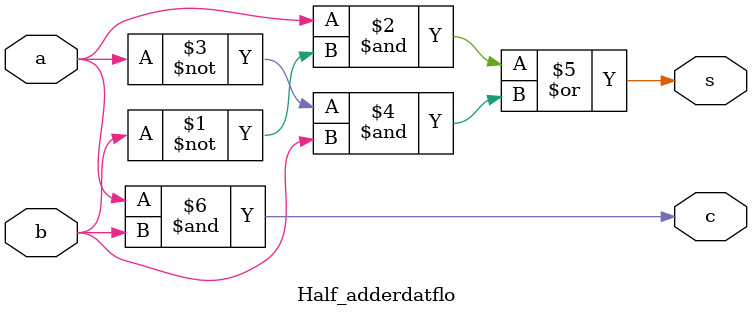
<source format=v>
`timescale 1ns / 1ps


module Half_adderdatflo(
input a,
input b,
output s,
output c
    );
assign s=(a&~b)|(~a&b);
assign c=a&b;
endmodule

</source>
